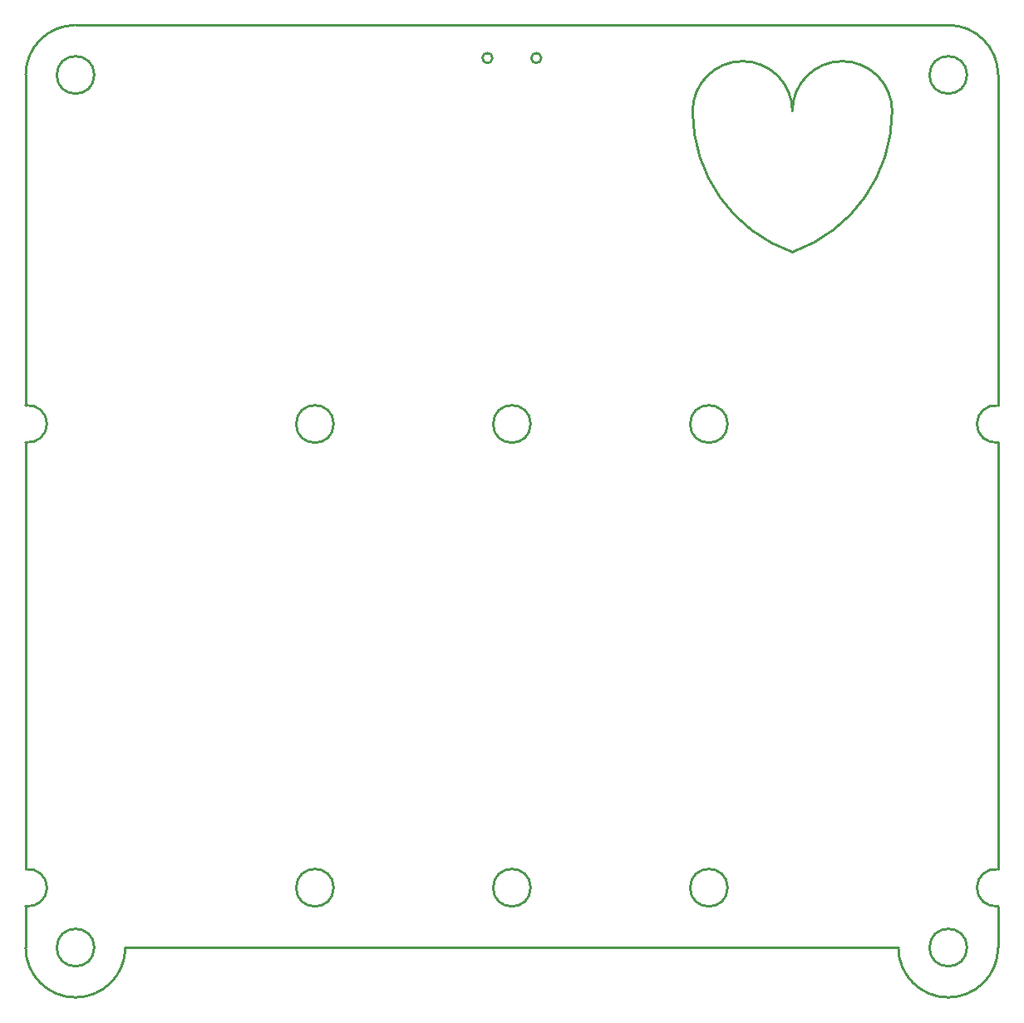
<source format=gm1>
G04*
G04 #@! TF.GenerationSoftware,Altium Limited,Altium Designer,20.2.6 (244)*
G04*
G04 Layer_Color=16711935*
%FSLAX24Y24*%
%MOIN*%
G70*
G04*
G04 #@! TF.SameCoordinates,AAC5203C-1E5B-4ACD-AD40-D79658958D62*
G04*
G04*
G04 #@! TF.FilePolarity,Positive*
G04*
G01*
G75*
%ADD10C,0.0100*%
D10*
X60250Y17500D02*
G03*
X60250Y17500I-750J0D01*
G01*
X25250D02*
G03*
X25250Y17500I-750J0D01*
G01*
X60250Y52500D02*
G03*
X60250Y52500I-750J0D01*
G01*
X25250D02*
G03*
X25250Y52500I-750J0D01*
G01*
X43180Y53180D02*
G03*
X43180Y53180I-200J0D01*
G01*
X41220D02*
G03*
X41220Y53180I-200J0D01*
G01*
X53269Y45400D02*
G03*
X57250Y51050I-2019J5650D01*
G01*
X49249D02*
G03*
X53275Y45383I6001J0D01*
G01*
X57250Y51050D02*
G03*
X53250Y51050I-2000J0D01*
G01*
D02*
G03*
X49250Y51050I-2000J0D01*
G01*
X22500Y37762D02*
G03*
X22500Y39247I104J743D01*
G01*
X22504Y19157D02*
G03*
X22504Y20643I104J743D01*
G01*
X61504Y39243D02*
G03*
X61504Y37757I-104J-743D01*
G01*
X42750Y38500D02*
G03*
X42750Y38500I-750J0D01*
G01*
Y19900D02*
G03*
X42750Y19900I-750J0D01*
G01*
X57500Y17500D02*
G03*
X61500Y17500I2000J0D01*
G01*
Y52500D02*
G03*
X59500Y54500I-2000J0D01*
G01*
X24500D02*
G03*
X22500Y52500I0J-2000D01*
G01*
Y17500D02*
G03*
X26500Y17500I2000J0D01*
G01*
X61504Y20643D02*
G03*
X61504Y19157I-104J-743D01*
G01*
X50650Y19900D02*
G03*
X50650Y19900I-750J0D01*
G01*
Y38500D02*
G03*
X50650Y38500I-750J0D01*
G01*
X34850D02*
G03*
X34850Y38500I-750J0D01*
G01*
Y19900D02*
G03*
X34850Y19900I-750J0D01*
G01*
X61500Y39247D02*
Y52500D01*
X22500Y17500D02*
Y19142D01*
Y39247D02*
Y52500D01*
X22504Y20643D02*
Y37757D01*
X61504Y20643D02*
Y37757D01*
X61500Y17500D02*
Y19142D01*
X26500Y17500D02*
X57500D01*
X24500Y54500D02*
X59500D01*
X60250Y17500D02*
G03*
X60250Y17500I-750J0D01*
G01*
X25250D02*
G03*
X25250Y17500I-750J0D01*
G01*
X60250Y52500D02*
G03*
X60250Y52500I-750J0D01*
G01*
X25250D02*
G03*
X25250Y52500I-750J0D01*
G01*
X43180Y53180D02*
G03*
X43180Y53180I-200J0D01*
G01*
X41220D02*
G03*
X41220Y53180I-200J0D01*
G01*
X53269Y45400D02*
G03*
X57250Y51050I-2019J5650D01*
G01*
X49249D02*
G03*
X53275Y45383I6001J0D01*
G01*
X57250Y51050D02*
G03*
X53250Y51050I-2000J0D01*
G01*
D02*
G03*
X49250Y51050I-2000J0D01*
G01*
X22500Y37762D02*
G03*
X22500Y39247I104J743D01*
G01*
X22504Y19157D02*
G03*
X22504Y20643I104J743D01*
G01*
X61504Y39243D02*
G03*
X61504Y37757I-104J-743D01*
G01*
X42750Y38500D02*
G03*
X42750Y38500I-750J0D01*
G01*
Y19900D02*
G03*
X42750Y19900I-750J0D01*
G01*
X57500Y17500D02*
G03*
X61500Y17500I2000J0D01*
G01*
Y52500D02*
G03*
X59500Y54500I-2000J0D01*
G01*
X24500D02*
G03*
X22500Y52500I0J-2000D01*
G01*
Y17500D02*
G03*
X26500Y17500I2000J0D01*
G01*
X61504Y20643D02*
G03*
X61504Y19157I-104J-743D01*
G01*
X50650Y19900D02*
G03*
X50650Y19900I-750J0D01*
G01*
Y38500D02*
G03*
X50650Y38500I-750J0D01*
G01*
X34850D02*
G03*
X34850Y38500I-750J0D01*
G01*
Y19900D02*
G03*
X34850Y19900I-750J0D01*
G01*
X61500Y39247D02*
Y52500D01*
X22500Y17500D02*
Y19142D01*
Y39247D02*
Y52500D01*
X22504Y20643D02*
Y37757D01*
X61504Y20643D02*
Y37757D01*
X61500Y17500D02*
Y19142D01*
X26500Y17500D02*
X57500D01*
X24500Y54500D02*
X59500D01*
M02*

</source>
